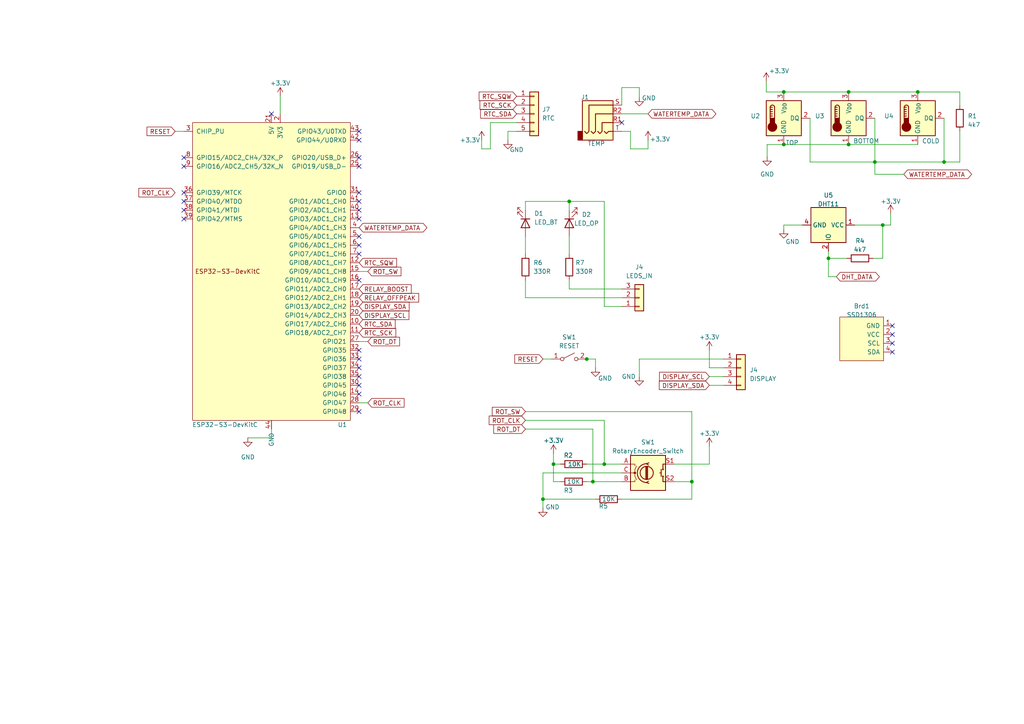
<source format=kicad_sch>
(kicad_sch (version 20230121) (generator eeschema)
  (paper "A4")
  (lib_symbols
    (symbol "Connector_Audio:AudioJack4"
      (property "Reference" "J" (at 0 8.89 0))
      (property "Value" "AudioJack4" (at 0 6.35 0))
      (symbol "AudioJack4_0_1"
        (rectangle (start -6.35 -5.08) (end -7.62 -7.62) (stroke (width 0.254)) (fill (type outline)))
        (polyline (pts (xy 0 -5.08) (xy 0.635 -5.715) (xy 1.27 -5.08) (xy 2.54 -5.08)) (stroke (width 0.254)))
        (polyline (pts (xy -5.715 -5.08) (xy -5.08 -5.715) (xy -4.445 -5.08) (xy -4.445 2.54) (xy 2.54 2.54)) (stroke (width 0.254)))
        (polyline (pts (xy -1.905 -5.08) (xy -1.27 -5.715) (xy -0.635 -5.08) (xy -0.635 -2.54) (xy 2.54 -2.54)) (stroke (width 0.254)))
        (polyline (pts (xy 2.54 0) (xy -2.54 0) (xy -2.54 -5.08) (xy -3.175 -5.715) (xy -3.81 -5.08)) (stroke (width 0.254)))
        (rectangle (start 2.54 3.81) (end -6.35 -7.62) (stroke (width 0.254)) (fill (type background)))
      )
      (symbol "AudioJack4_1_1"
        (pin passive line (at 5.08 -2.54 180) (length 2.54) (name "~") (number "R1"))
        (pin passive line (at 5.08 0 180) (length 2.54) (name "~") (number "R2"))
        (pin passive line (at 5.08 2.54 180) (length 2.54) (name "~") (number "S"))
        (pin passive line (at 5.08 -5.08 180) (length 2.54) (name "~") (number "T"))
      )
    )
    (symbol "Connector_Generic:Conn_01x03" (pin_names (offset 1.016) hide)
      (property "Reference" "J" (at 0 5.08 0))
      (property "Value" "Conn_01x03" (at 0 -5.08 0))
      (symbol "Conn_01x03_1_1"
        (rectangle (start -1.27 -2.413) (end 0 -2.667) (stroke (width 0.1524)))
        (rectangle (start -1.27 0.127) (end 0 -0.127) (stroke (width 0.1524)))
        (rectangle (start -1.27 2.667) (end 0 2.413) (stroke (width 0.1524)))
        (rectangle (start -1.27 3.81) (end 1.27 -3.81) (stroke (width 0.254)) (fill (type background)))
        (pin passive line (at -5.08 2.54 0) (length 3.81) (name "Pin_1") (number "1"))
        (pin passive line (at -5.08 0 0) (length 3.81) (name "Pin_2") (number "2"))
        (pin passive line (at -5.08 -2.54 0) (length 3.81) (name "Pin_3") (number "3"))
      )
    )
    (symbol "Connector_Generic:Conn_01x04" (pin_names (offset 1.016) hide)
      (property "Reference" "J" (at 0 5.08 0))
      (property "Value" "Conn_01x04" (at 0 -7.62 0))
      (symbol "Conn_01x04_1_1"
        (rectangle (start -1.27 -4.953) (end 0 -5.207) (stroke (width 0.1524)))
        (rectangle (start -1.27 -2.413) (end 0 -2.667) (stroke (width 0.1524)))
        (rectangle (start -1.27 0.127) (end 0 -0.127) (stroke (width 0.1524)))
        (rectangle (start -1.27 2.667) (end 0 2.413) (stroke (width 0.1524)))
        (rectangle (start -1.27 3.81) (end 1.27 -6.35) (stroke (width 0.254)) (fill (type background)))
        (pin passive line (at -5.08 2.54 0) (length 3.81) (name "Pin_1") (number "1"))
        (pin passive line (at -5.08 0 0) (length 3.81) (name "Pin_2") (number "2"))
        (pin passive line (at -5.08 -2.54 0) (length 3.81) (name "Pin_3") (number "3"))
        (pin passive line (at -5.08 -5.08 0) (length 3.81) (name "Pin_4") (number "4"))
      )
    )
    (symbol "Connector_Generic:Conn_01x05" (pin_names (offset 1.016) hide)
      (property "Reference" "J" (at 0 7.62 0))
      (property "Value" "Conn_01x05" (at 0 -7.62 0))
      (symbol "Conn_01x05_1_1"
        (rectangle (start -1.27 -4.953) (end 0 -5.207) (stroke (width 0.1524)))
        (rectangle (start -1.27 -2.413) (end 0 -2.667) (stroke (width 0.1524)))
        (rectangle (start -1.27 0.127) (end 0 -0.127) (stroke (width 0.1524)))
        (rectangle (start -1.27 2.667) (end 0 2.413) (stroke (width 0.1524)))
        (rectangle (start -1.27 5.207) (end 0 4.953) (stroke (width 0.1524)))
        (rectangle (start -1.27 6.35) (end 1.27 -6.35) (stroke (width 0.254)) (fill (type background)))
        (pin passive line (at -5.08 5.08 0) (length 3.81) (name "Pin_1") (number "1"))
        (pin passive line (at -5.08 2.54 0) (length 3.81) (name "Pin_2") (number "2"))
        (pin passive line (at -5.08 0 0) (length 3.81) (name "Pin_3") (number "3"))
        (pin passive line (at -5.08 -2.54 0) (length 3.81) (name "Pin_4") (number "4"))
        (pin passive line (at -5.08 -5.08 0) (length 3.81) (name "Pin_5") (number "5"))
      )
    )
    (symbol "Device:LED" (pin_numbers hide) (pin_names (offset 1.016) hide)
      (property "Reference" "D" (at 0 2.54 0))
      (property "Value" "LED" (at 0 -2.54 0))
      (symbol "LED_0_1"
        (polyline (pts (xy -1.27 -1.27) (xy -1.27 1.27)) (stroke (width 0.254)))
        (polyline (pts (xy -1.27 0) (xy 1.27 0)))
        (polyline (pts (xy 1.27 -1.27) (xy 1.27 1.27) (xy -1.27 0) (xy 1.27 -1.27)) (stroke (width 0.254)))
        (polyline (pts (xy -3.048 -0.762) (xy -4.572 -2.286) (xy -3.81 -2.286) (xy -4.572 -2.286) (xy -4.572 -1.524)))
        (polyline (pts (xy -1.778 -0.762) (xy -3.302 -2.286) (xy -2.54 -2.286) (xy -3.302 -2.286) (xy -3.302 -1.524)))
      )
      (symbol "LED_1_1"
        (pin passive line (at -3.81 0 0) (length 2.54) (name "K") (number "1"))
        (pin passive line (at 3.81 0 180) (length 2.54) (name "A") (number "2"))
      )
    )
    (symbol "Device:R" (pin_numbers hide) (pin_names (offset 0))
      (property "Reference" "R" (at 2.032 0 90))
      (property "Value" "R" (at 0 0 90))
      (symbol "R_0_1"
        (rectangle (start -1.016 -2.54) (end 1.016 2.54) (stroke (width 0.254)))
      )
      (symbol "R_1_1"
        (pin passive line (at 0 3.81 270) (length 1.27) (name "~") (number "1"))
        (pin passive line (at 0 -3.81 90) (length 1.27) (name "~") (number "2"))
      )
    )
    (symbol "Device:RotaryEncoder_Switch" (pin_names (offset 0.254) hide)
      (property "Reference" "SW" (at 0 6.604 0))
      (property "Value" "RotaryEncoder_Switch" (at 0 -6.604 0))
      (symbol "RotaryEncoder_Switch_0_1"
        (rectangle (start -5.08 5.08) (end 5.08 -5.08) (stroke (width 0.254)) (fill (type background)))
        (circle (center -3.81 0) (radius 0.254) (fill (type outline)))
        (circle (center -0.381 0) (radius 1.905) (stroke (width 0.254)))
        (arc (start -0.381 2.667) (mid -3.0988 -0.0635) (end -0.381 -2.794) (stroke (width 0.254)))
        (polyline (pts (xy -0.635 -1.778) (xy -0.635 1.778)) (stroke (width 0.254)))
        (polyline (pts (xy -0.381 -1.778) (xy -0.381 1.778)) (stroke (width 0.254)))
        (polyline (pts (xy -0.127 1.778) (xy -0.127 -1.778)) (stroke (width 0.254)))
        (polyline (pts (xy 3.81 0) (xy 3.429 0)) (stroke (width 0.254)))
        (polyline (pts (xy 3.81 1.016) (xy 3.81 -1.016)) (stroke (width 0.254)))
        (polyline (pts (xy -5.08 -2.54) (xy -3.81 -2.54) (xy -3.81 -2.032)))
        (polyline (pts (xy -5.08 2.54) (xy -3.81 2.54) (xy -3.81 2.032)))
        (polyline (pts (xy 0.254 -3.048) (xy -0.508 -2.794) (xy 0.127 -2.413)) (stroke (width 0.254)))
        (polyline (pts (xy 0.254 2.921) (xy -0.508 2.667) (xy 0.127 2.286)) (stroke (width 0.254)))
        (polyline (pts (xy 5.08 -2.54) (xy 4.318 -2.54) (xy 4.318 -1.016)) (stroke (width 0.254)))
        (polyline (pts (xy 5.08 2.54) (xy 4.318 2.54) (xy 4.318 1.016)) (stroke (width 0.254)))
        (polyline (pts (xy -5.08 0) (xy -3.81 0) (xy -3.81 -1.016) (xy -3.302 -2.032)))
        (polyline (pts (xy -4.318 0) (xy -3.81 0) (xy -3.81 1.016) (xy -3.302 2.032)))
        (circle (center 4.318 -1.016) (radius 0.127) (stroke (width 0.254)))
        (circle (center 4.318 1.016) (radius 0.127) (stroke (width 0.254)))
      )
      (symbol "RotaryEncoder_Switch_1_1"
        (pin passive line (at -7.62 2.54 0) (length 2.54) (name "A") (number "A"))
        (pin passive line (at -7.62 -2.54 0) (length 2.54) (name "B") (number "B"))
        (pin passive line (at -7.62 0 0) (length 2.54) (name "C") (number "C"))
        (pin passive line (at 7.62 2.54 180) (length 2.54) (name "S1") (number "S1"))
        (pin passive line (at 7.62 -2.54 180) (length 2.54) (name "S2") (number "S2"))
      )
    )
    (symbol "ESPRESSIF:ESP32-S3-DevKitC" (pin_names (offset 1.016))
      (property "Reference" "U" (at -22.86 48.26 0))
      (property "Value" "ESP32-S3-DevKitC" (at -22.86 45.72 0))
      (symbol "ESP32-S3-DevKitC_0_0"
        (text "ESP32-S3-DevKitC" (at -12.7 0 0) (effects (font (size 1.27 1.27))))
        (pin bidirectional line (at 25.4 -35.56 180) (length 2.54) (name "GPIO46") (number "14"))
        (pin bidirectional line (at 25.4 -10.16 180) (length 2.54) (name "GPIO13/ADC2_CH2") (number "19"))
        (pin bidirectional line (at -25.4 15.24 0) (length 2.54) (name "GPIO42/MTMS") (number "39"))
        (pin bidirectional line (at 25.4 17.78 180) (length 2.54) (name "GPIO2/ADC1_CH1") (number "40"))
        (pin bidirectional line (at 25.4 20.32 180) (length 2.54) (name "GPIO1/ADC1_CH0") (number "41"))
        (pin bidirectional line (at 25.4 38.1 180) (length 2.54) (name "GPIO44/U0RXD") (number "42"))
        (pin bidirectional line (at 25.4 40.64 180) (length 2.54) (name "GPIO43/U0TXD") (number "43"))
        (pin power_in line (at 0 -43.18 270) (length 2.54) (name "GND") (number "44"))
      )
      (symbol "ESP32-S3-DevKitC_0_1"
        (rectangle (start -22.86 43.18) (end 22.86 -43.18) (fill (type background)))
        (pin power_in line (at 2.54 45.72 270) (length 2.54) (name "3V3") (number "2"))
      )
      (symbol "ESP32-S3-DevKitC_1_1"
        (pin passive line (at 2.54 45.72 270) (length 2.54) hide (name "3V3") (number "1"))
        (pin bidirectional line (at 25.4 -15.24 180) (length 2.54) (name "GPIO17/ADC2_CH6") (number "10"))
        (pin bidirectional line (at 25.4 -17.78 180) (length 2.54) (name "GPIO18/ADC2_CH7") (number "11"))
        (pin bidirectional line (at 25.4 2.54 180) (length 2.54) (name "GPIO8/ADC1_CH7") (number "12"))
        (pin bidirectional line (at 25.4 15.24 180) (length 2.54) (name "GPIO3/ADC1_CH2") (number "13"))
        (pin bidirectional line (at 25.4 0 180) (length 2.54) (name "GPIO9/ADC1_CH8") (number "15"))
        (pin bidirectional line (at 25.4 -2.54 180) (length 2.54) (name "GPIO10/ADC1_CH9") (number "16"))
        (pin bidirectional line (at 25.4 -5.08 180) (length 2.54) (name "GPIO11/ADC2_CH0") (number "17"))
        (pin bidirectional line (at 25.4 -7.62 180) (length 2.54) (name "GPIO12/ADC2_CH1") (number "18"))
        (pin bidirectional line (at 25.4 -12.7 180) (length 2.54) (name "GPIO14/ADC2_CH3") (number "20"))
        (pin power_in line (at 0 45.72 270) (length 2.54) (name "5V") (number "21"))
        (pin passive line (at 0 -43.18 270) (length 2.54) hide (name "GND") (number "22"))
        (pin passive line (at 0 -43.18 270) (length 2.54) hide (name "GND") (number "23"))
        (pin passive line (at 0 -43.18 270) (length 2.54) hide (name "GND") (number "24"))
        (pin bidirectional line (at 25.4 30.48 180) (length 2.54) (name "GPIO19/USB_D-") (number "25"))
        (pin bidirectional line (at 25.4 33.02 180) (length 2.54) (name "GPIO20/USB_D+") (number "26"))
        (pin bidirectional line (at 25.4 -20.32 180) (length 2.54) (name "GPIO21") (number "27"))
        (pin bidirectional line (at 25.4 -38.1 180) (length 2.54) (name "GPIO47") (number "28"))
        (pin bidirectional line (at 25.4 -40.64 180) (length 2.54) (name "GPIO48") (number "29"))
        (pin input line (at -25.4 40.64 0) (length 2.54) (name "CHIP_PU") (number "3"))
        (pin bidirectional line (at 25.4 -33.02 180) (length 2.54) (name "GPIO45") (number "30"))
        (pin bidirectional line (at 25.4 22.86 180) (length 2.54) (name "GPIO0") (number "31"))
        (pin bidirectional line (at 25.4 -22.86 180) (length 2.54) (name "GPIO35") (number "32"))
        (pin bidirectional line (at 25.4 -25.4 180) (length 2.54) (name "GPIO36") (number "33"))
        (pin bidirectional line (at 25.4 -27.94 180) (length 2.54) (name "GPIO37") (number "34"))
        (pin bidirectional line (at 25.4 -30.48 180) (length 2.54) (name "GPIO38") (number "35"))
        (pin bidirectional line (at -25.4 22.86 0) (length 2.54) (name "GPIO39/MTCK") (number "36"))
        (pin bidirectional line (at -25.4 20.32 0) (length 2.54) (name "GPIO40/MTDO") (number "37"))
        (pin bidirectional line (at -25.4 17.78 0) (length 2.54) (name "GPIO41/MTDI") (number "38"))
        (pin bidirectional line (at 25.4 12.7 180) (length 2.54) (name "GPIO4/ADC1_CH3") (number "4"))
        (pin bidirectional line (at 25.4 10.16 180) (length 2.54) (name "GPIO5/ADC1_CH4") (number "5"))
        (pin bidirectional line (at 25.4 7.62 180) (length 2.54) (name "GPIO6/ADC1_CH5") (number "6"))
        (pin bidirectional line (at 25.4 5.08 180) (length 2.54) (name "GPIO7/ADC1_CH6") (number "7"))
        (pin bidirectional line (at -25.4 33.02 0) (length 2.54) (name "GPIO15/ADC2_CH4/32K_P") (number "8"))
        (pin bidirectional line (at -25.4 30.48 0) (length 2.54) (name "GPIO16/ADC2_CH5/32K_N") (number "9"))
      )
    )
    (symbol "SSD1306:SSD1306" (pin_names (offset 1.016))
      (property "Reference" "Brd" (at 0 -3.81 0))
      (property "Value" "SSD1306" (at 0 -1.27 0))
      (symbol "SSD1306_0_1"
        (rectangle (start -6.35 6.35) (end 6.35 -6.35) (fill (type background)))
      )
      (symbol "SSD1306_1_1"
        (pin input line (at -3.81 8.89 270) (length 2.54) (name "GND") (number "1"))
        (pin input line (at -1.27 8.89 270) (length 2.54) (name "VCC") (number "2"))
        (pin input line (at 1.27 8.89 270) (length 2.54) (name "SCL") (number "3"))
        (pin input line (at 3.81 8.89 270) (length 2.54) (name "SDA") (number "4"))
      )
    )
    (symbol "Sensor:DHT11"
      (property "Reference" "U" (at -3.81 6.35 0))
      (property "Value" "DHT11" (at 3.81 6.35 0))
      (symbol "DHT11_0_1"
        (rectangle (start -5.08 5.08) (end 5.08 -5.08) (stroke (width 0.254)) (fill (type background)))
      )
      (symbol "DHT11_1_1"
        (pin power_in line (at 0 7.62 270) (length 2.54) (name "VCC") (number "1"))
        (pin bidirectional line (at 7.62 0 180) (length 2.54) (name "IO") (number "2"))
        (pin no_connect line (at -5.08 0 0) (length 2.54) hide (name "NC") (number "3"))
        (pin power_in line (at 0 -7.62 90) (length 2.54) (name "GND") (number "4"))
      )
    )
    (symbol "Sensor_Temperature:DS18B20"
      (property "Reference" "U" (at -3.81 6.35 0))
      (property "Value" "DS18B20" (at 6.35 6.35 0))
      (symbol "DS18B20_0_1"
        (rectangle (start -5.08 5.08) (end 5.08 -5.08) (stroke (width 0.254)) (fill (type background)))
        (circle (center -3.302 -2.54) (radius 1.27) (stroke (width 0.254)) (fill (type outline)))
        (rectangle (start -2.667 -1.905) (end -3.937 0) (stroke (width 0.254)) (fill (type outline)))
        (arc (start -2.667 3.175) (mid -3.302 3.8073) (end -3.937 3.175) (stroke (width 0.254)))
        (polyline (pts (xy -3.937 0.635) (xy -3.302 0.635)) (stroke (width 0.254)))
        (polyline (pts (xy -3.937 1.27) (xy -3.302 1.27)) (stroke (width 0.254)))
        (polyline (pts (xy -3.937 1.905) (xy -3.302 1.905)) (stroke (width 0.254)))
        (polyline (pts (xy -3.937 2.54) (xy -3.302 2.54)) (stroke (width 0.254)))
        (polyline (pts (xy -3.937 3.175) (xy -3.937 0)) (stroke (width 0.254)))
        (polyline (pts (xy -3.937 3.175) (xy -3.302 3.175)) (stroke (width 0.254)))
        (polyline (pts (xy -2.667 3.175) (xy -2.667 0)) (stroke (width 0.254)))
      )
      (symbol "DS18B20_1_1"
        (pin power_in line (at 0 -7.62 90) (length 2.54) (name "GND") (number "1"))
        (pin bidirectional line (at 7.62 0 180) (length 2.54) (name "DQ") (number "2"))
        (pin power_in line (at 0 7.62 270) (length 2.54) (name "V_{DD}") (number "3"))
      )
    )
    (symbol "Switch:SW_SPST" (pin_names (offset 0) hide)
      (property "Reference" "SW" (at 0 3.175 0))
      (property "Value" "SW_SPST" (at 0 -2.54 0))
      (symbol "SW_SPST_0_0"
        (circle (center -2.032 0) (radius 0.508))
        (polyline (pts (xy -1.524 0.254) (xy 1.524 1.778)))
        (circle (center 2.032 0) (radius 0.508))
      )
      (symbol "SW_SPST_1_1"
        (pin passive line (at -5.08 0 0) (length 2.54) (name "A") (number "1"))
        (pin passive line (at 5.08 0 180) (length 2.54) (name "B") (number "2"))
      )
    )
    (symbol "power:+3.3V" (power) (pin_names (offset 0))
      (property "Value" "+3.3V" (at 0 3.556 0))
      (symbol "+3.3V_0_1"
        (polyline (pts (xy -0.762 1.27) (xy 0 2.54)))
        (polyline (pts (xy 0 0) (xy 0 2.54)))
        (polyline (pts (xy 0 2.54) (xy 0.762 1.27)))
      )
      (symbol "+3.3V_1_1"
        (pin power_in line (at 0 0 90) (length 0) hide (name "+3.3V") (number "1"))
      )
    )
    (symbol "power:GND" (power) (pin_names (offset 0))
      (property "Value" "GND" (at 0 -3.81 0))
      (symbol "GND_0_1"
        (polyline (pts (xy 0 0) (xy 0 -1.27) (xy 1.27 -1.27) (xy 0 -2.54) (xy -1.27 -1.27) (xy 0 -1.27)))
      )
      (symbol "GND_1_1"
        (pin power_in line (at 0 0 270) (length 0) hide (name "GND") (number "1"))
      )
    )
  )
  (junction (at 171.958 139.7))
  (junction (at 170.18 104.14))
  (junction (at 200.66 139.7))
  (junction (at 256.032 65.278))
  (junction (at 160.528 134.62))
  (junction (at 246.126 41.91))
  (junction (at 227.33 26.67))
  (junction (at 273.812 46.99))
  (junction (at 175.26 134.62))
  (junction (at 266.192 26.67))
  (junction (at 227.33 41.91))
  (junction (at 165.1 58.42))
  (junction (at 246.126 26.67))
  (junction (at 157.48 144.78))
  (junction (at 253.746 46.99))
  (junction (at 240.284 74.93))
  (no_connect (at 53.34 55.88))
  (no_connect (at 53.34 58.42))
  (no_connect (at 258.826 97.028))
  (no_connect (at 104.14 45.72))
  (no_connect (at 104.14 63.5))
  (no_connect (at 104.14 60.96))
  (no_connect (at 53.34 60.96))
  (no_connect (at 53.34 45.72))
  (no_connect (at 104.14 81.28))
  (no_connect (at 104.14 109.22))
  (no_connect (at 104.14 48.26))
  (no_connect (at 104.14 73.66))
  (no_connect (at 104.14 101.6))
  (no_connect (at 104.14 104.14))
  (no_connect (at 104.14 58.42))
  (no_connect (at 104.14 38.1))
  (no_connect (at 53.34 63.5))
  (no_connect (at 104.14 119.38))
  (no_connect (at 180.34 35.56))
  (no_connect (at 258.826 102.108))
  (no_connect (at 258.826 94.488))
  (no_connect (at 104.14 55.88))
  (no_connect (at 104.14 111.76))
  (no_connect (at 104.14 71.12))
  (no_connect (at 104.14 40.64))
  (no_connect (at 104.14 106.68))
  (no_connect (at 104.14 114.3))
  (no_connect (at 78.74 33.02))
  (no_connect (at 104.14 68.58))
  (no_connect (at 53.34 48.26))
  (no_connect (at 258.826 99.568))
  (wire (pts (xy 152.4 121.92) (xy 175.26 121.92)))
  (wire (pts (xy 157.48 147.32) (xy 157.48 144.78)))
  (wire (pts (xy 200.66 119.38) (xy 200.66 139.7)))
  (wire (pts (xy 157.48 144.78) (xy 172.72 144.78)))
  (wire (pts (xy 222.504 41.91) (xy 227.33 41.91)))
  (wire (pts (xy 165.1 81.28) (xy 165.1 83.82)))
  (wire (pts (xy 240.284 74.93) (xy 240.284 80.264)))
  (wire (pts (xy 273.812 34.29) (xy 273.812 46.99)))
  (wire (pts (xy 157.48 137.16) (xy 157.48 144.78)))
  (wire (pts (xy 240.284 74.93) (xy 245.618 74.93)))
  (wire (pts (xy 175.26 134.62) (xy 180.34 134.62)))
  (wire (pts (xy 147.32 40.64) (xy 147.32 38.1)))
  (wire (pts (xy 104.14 78.74) (xy 106.68 78.74)))
  (wire (pts (xy 165.1 68.58) (xy 165.1 73.66)))
  (wire (pts (xy 205.74 106.68) (xy 209.804 106.68)))
  (wire (pts (xy 71.882 127) (xy 78.74 127)))
  (wire (pts (xy 185.42 109.22) (xy 185.42 104.14)))
  (wire (pts (xy 142.24 43.18) (xy 142.24 35.56)))
  (wire (pts (xy 253.746 34.29) (xy 253.746 46.99)))
  (wire (pts (xy 227.33 41.91) (xy 246.126 41.91)))
  (wire (pts (xy 50.8 38.1) (xy 53.34 38.1)))
  (wire (pts (xy 139.7 43.18) (xy 142.24 43.18)))
  (wire (pts (xy 247.904 65.278) (xy 256.032 65.278)))
  (wire (pts (xy 256.032 65.278) (xy 258.318 65.278)))
  (wire (pts (xy 171.958 124.46) (xy 171.958 139.7)))
  (wire (pts (xy 222.25 26.67) (xy 227.33 26.67)))
  (wire (pts (xy 152.4 81.28) (xy 152.4 86.36)))
  (wire (pts (xy 142.24 35.56) (xy 149.86 35.56)))
  (wire (pts (xy 180.34 144.78) (xy 200.66 144.78)))
  (wire (pts (xy 162.56 139.7) (xy 160.528 139.7)))
  (wire (pts (xy 139.7 40.64) (xy 139.7 43.18)))
  (wire (pts (xy 157.48 104.14) (xy 160.02 104.14)))
  (wire (pts (xy 175.26 58.42) (xy 165.1 58.42)))
  (wire (pts (xy 227.33 65.278) (xy 227.33 66.548)))
  (wire (pts (xy 185.42 104.14) (xy 209.804 104.14)))
  (wire (pts (xy 227.33 26.67) (xy 246.126 26.67)))
  (wire (pts (xy 205.74 111.76) (xy 209.804 111.76)))
  (wire (pts (xy 172.72 104.14) (xy 172.72 106.68)))
  (wire (pts (xy 160.528 134.62) (xy 162.56 134.62)))
  (wire (pts (xy 81.28 27.94) (xy 81.28 33.02)))
  (wire (pts (xy 205.74 129.54) (xy 205.74 134.62)))
  (wire (pts (xy 152.4 119.38) (xy 200.66 119.38)))
  (wire (pts (xy 266.192 26.67) (xy 278.384 26.67)))
  (wire (pts (xy 246.126 41.656) (xy 246.126 41.91)))
  (wire (pts (xy 185.42 25.4) (xy 185.42 28.194)))
  (wire (pts (xy 160.528 134.62) (xy 160.528 139.7)))
  (wire (pts (xy 182.88 43.18) (xy 182.88 38.1)))
  (wire (pts (xy 205.74 101.6) (xy 205.74 106.68)))
  (wire (pts (xy 187.96 43.18) (xy 187.96 40.64)))
  (wire (pts (xy 256.032 74.93) (xy 256.032 65.278)))
  (wire (pts (xy 182.88 38.1) (xy 180.34 38.1)))
  (wire (pts (xy 165.1 83.82) (xy 180.34 83.82)))
  (wire (pts (xy 169.672 104.14) (xy 170.18 104.14)))
  (wire (pts (xy 170.18 139.7) (xy 171.958 139.7)))
  (wire (pts (xy 175.26 58.42) (xy 175.26 88.9)))
  (wire (pts (xy 240.284 72.898) (xy 240.284 74.93)))
  (wire (pts (xy 170.18 134.62) (xy 175.26 134.62)))
  (wire (pts (xy 253.746 50.546) (xy 253.746 46.99)))
  (wire (pts (xy 246.126 41.91) (xy 266.192 41.91)))
  (wire (pts (xy 222.504 45.466) (xy 222.504 41.91)))
  (wire (pts (xy 175.26 121.92) (xy 175.26 134.62)))
  (wire (pts (xy 278.384 38.1) (xy 278.384 46.99)))
  (wire (pts (xy 152.4 58.42) (xy 152.4 60.96)))
  (wire (pts (xy 278.384 30.48) (xy 278.384 26.67)))
  (wire (pts (xy 200.66 144.78) (xy 200.66 139.7)))
  (wire (pts (xy 152.4 124.46) (xy 171.958 124.46)))
  (wire (pts (xy 160.528 131.572) (xy 160.528 134.62)))
  (wire (pts (xy 232.664 65.278) (xy 227.33 65.278)))
  (wire (pts (xy 246.126 26.67) (xy 266.192 26.67)))
  (wire (pts (xy 171.958 139.7) (xy 180.34 139.7)))
  (wire (pts (xy 182.88 43.18) (xy 187.96 43.18)))
  (wire (pts (xy 152.4 68.58) (xy 152.4 73.66)))
  (wire (pts (xy 273.812 46.99) (xy 253.746 46.99)))
  (wire (pts (xy 195.58 134.62) (xy 205.74 134.62)))
  (wire (pts (xy 180.34 33.02) (xy 187.96 33.02)))
  (wire (pts (xy 234.95 34.29) (xy 234.95 46.99)))
  (wire (pts (xy 180.34 25.4) (xy 185.42 25.4)))
  (wire (pts (xy 240.284 80.264) (xy 242.57 80.264)))
  (wire (pts (xy 147.32 38.1) (xy 149.86 38.1)))
  (wire (pts (xy 104.14 99.06) (xy 106.68 99.06)))
  (wire (pts (xy 234.95 46.99) (xy 253.746 46.99)))
  (wire (pts (xy 258.318 65.278) (xy 258.318 61.976)))
  (wire (pts (xy 278.384 46.99) (xy 273.812 46.99)))
  (wire (pts (xy 180.34 86.36) (xy 152.4 86.36)))
  (wire (pts (xy 262.128 50.546) (xy 253.746 50.546)))
  (wire (pts (xy 180.34 30.48) (xy 180.34 25.4)))
  (wire (pts (xy 165.1 58.42) (xy 165.1 60.96)))
  (wire (pts (xy 152.4 58.42) (xy 165.1 58.42)))
  (wire (pts (xy 157.48 137.16) (xy 180.34 137.16)))
  (wire (pts (xy 175.26 88.9) (xy 180.34 88.9)))
  (wire (pts (xy 170.18 104.14) (xy 172.72 104.14)))
  (wire (pts (xy 78.74 127) (xy 78.74 121.92)))
  (wire (pts (xy 104.14 116.84) (xy 106.68 116.84)))
  (wire (pts (xy 195.58 139.7) (xy 200.66 139.7)))
  (wire (pts (xy 253.238 74.93) (xy 256.032 74.93)))
  (wire (pts (xy 205.74 109.22) (xy 209.804 109.22)))
  (wire (pts (xy 222.25 23.622) (xy 222.25 26.67)))
  (global_label "RTC_SQW" (shape input) (at 104.14 76.2 0) (property "Intersheetrefs" "${INTERSHEET_REFS}" (effects hide)))
  (global_label "WATERTEMP_DATA" (shape bidirectional) (at 187.96 33.02 0) (property "Intersheetrefs" "${INTERSHEET_REFS}" (effects hide)))
  (global_label "RTC_SCK" (shape input) (at 149.86 30.48 180) (property "Intersheetrefs" "${INTERSHEET_REFS}" (effects hide)))
  (global_label "ROT_CLK" (shape input) (at 152.4 121.92 180) (property "Intersheetrefs" "${INTERSHEET_REFS}" (effects hide)))
  (global_label "RELAY_BOOST" (shape input) (at 104.14 83.82 0) (property "Intersheetrefs" "${INTERSHEET_REFS}" (effects hide)))
  (global_label "DHT_DATA" (shape bidirectional) (at 242.57 80.264 0) (property "Intersheetrefs" "${INTERSHEET_REFS}" (effects hide)))
  (global_label "RTC_SDA" (shape input) (at 149.86 33.02 180) (property "Intersheetrefs" "${INTERSHEET_REFS}" (effects hide)))
  (global_label "DISPLAY_SCL" (shape input) (at 205.74 109.22 180) (property "Intersheetrefs" "${INTERSHEET_REFS}" (effects hide)))
  (global_label "WATERTEMP_DATA" (shape bidirectional) (at 262.128 50.546 0) (property "Intersheetrefs" "${INTERSHEET_REFS}" (effects hide)))
  (global_label "RESET" (shape input) (at 50.8 38.1 180) (property "Intersheetrefs" "${INTERSHEET_REFS}" (effects hide)))
  (global_label "RTC_SQW" (shape input) (at 149.86 27.94 180) (property "Intersheetrefs" "${INTERSHEET_REFS}" (effects hide)))
  (global_label "RTC_SCK" (shape input) (at 104.14 96.52 0) (property "Intersheetrefs" "${INTERSHEET_REFS}" (effects hide)))
  (global_label "DISPLAY_SCL" (shape input) (at 104.14 91.44 0) (property "Intersheetrefs" "${INTERSHEET_REFS}" (effects hide)))
  (global_label "ROT_DT" (shape input) (at 152.4 124.46 180) (property "Intersheetrefs" "${INTERSHEET_REFS}" (effects hide)))
  (global_label "ROT_SW" (shape input) (at 106.68 78.74 0) (property "Intersheetrefs" "${INTERSHEET_REFS}" (effects hide)))
  (global_label "ROT_DT" (shape input) (at 106.68 99.06 0) (property "Intersheetrefs" "${INTERSHEET_REFS}" (effects hide)))
  (global_label "DISPLAY_SDA" (shape input) (at 104.14 88.9 0) (property "Intersheetrefs" "${INTERSHEET_REFS}" (effects hide)))
  (global_label "RTC_SDA" (shape input) (at 104.14 93.98 0) (property "Intersheetrefs" "${INTERSHEET_REFS}" (effects hide)))
  (global_label "RESET" (shape input) (at 157.48 104.14 180) (property "Intersheetrefs" "${INTERSHEET_REFS}" (effects hide)))
  (global_label "ROT_CLK" (shape input) (at 50.8 55.88 180) (property "Intersheetrefs" "${INTERSHEET_REFS}" (effects hide)))
  (global_label "RELAY_OFFPEAK" (shape input) (at 104.14 86.36 0) (property "Intersheetrefs" "${INTERSHEET_REFS}" (effects hide)))
  (global_label "ROT_CLK" (shape input) (at 106.68 116.84 0) (property "Intersheetrefs" "${INTERSHEET_REFS}" (effects hide)))
  (global_label "WATERTEMP_DATA" (shape bidirectional) (at 104.14 66.04 0) (property "Intersheetrefs" "${INTERSHEET_REFS}" (effects hide)))
  (global_label "ROT_SW" (shape input) (at 152.4 119.38 180) (property "Intersheetrefs" "${INTERSHEET_REFS}" (effects hide)))
  (global_label "DISPLAY_SDA" (shape input) (at 205.74 111.76 180) (property "Intersheetrefs" "${INTERSHEET_REFS}" (effects hide)))
  (symbol (lib_id "Sensor_Temperature:DS18B20") (at 227.33 34.29 0) (unit 1) (in_bom no) (on_board no)
    (property "Reference" "U2" (at 220.472 33.655 0) (effects (justify right)))
    (property "Value" "TOP" (at 231.648 41.402 0) (effects (justify right)))
    (property "Datasheet" "http://datasheets.maximintegrated.com/en/ds/DS18B20.pdf" (effects hide))
    (instances (project "mcu_board" (path "" (reference "U2") (unit 1)) (path "" (reference "U13") (unit 1))))
  )
  (symbol (lib_id "Device:R") (at 249.428 74.93 90) (unit 1) (in_bom no) (on_board no)
    (property "Reference" "R4" (at 249.428 69.85 90))
    (property "Value" "4k7" (at 249.428 72.39 90))
    (property "Footprint" "Resistor_SMD:R_0805_2012Metric_Pad1.20x1.40mm_HandSolder" (effects hide))
  )
  (symbol (lib_id "power:GND") (at 172.72 106.68 0) (unit 1)
    (property "Reference" "#PWR010" (effects hide))
    (property "Value" "GND" (at 177.546 109.728 0) (effects (justify right)))
  )
  (symbol (lib_id "Sensor:DHT11") (at 240.284 65.278 270) (unit 1) (in_bom no) (on_board no)
    (property "Reference" "U5" (at 240.284 56.642 90))
    (property "Value" "DHT11" (at 240.284 59.182 90))
    (property "Footprint" "Sensor:Aosong_DHT11_5.5x12.0_P2.54mm" (effects hide))
    (property "Datasheet" "http://akizukidenshi.com/download/ds/aosong/DHT11.pdf" (effects hide))
    (instances (project "mcu_board" (path "" (reference "U5") (unit 1)) (path "" (reference "U12") (unit 1))))
  )
  (symbol (lib_id "Switch:SW_SPST") (at 165.1 104.14 0) (unit 1)
    (property "Reference" "SW1" (at 165.1 97.79 0))
    (property "Value" "RESET" (at 165.1 100.33 0))
    (property "Footprint" "Button_Switch_THT:SW_Tactile_SPST_Angled_PTS645Vx39-2LFS" (effects hide))
  )
  (symbol (lib_id "power:+3.3V") (at 258.318 61.976 0) (unit 1)
    (property "Reference" "#PWR016" (effects hide))
    (property "Value" "+3.3V" (at 258.318 58.42 0))
  )
  (symbol (lib_id "power:GND") (at 71.882 127 0) (unit 1)
    (property "Reference" "#PWR023" (effects hide))
    (property "Value" "GND" (at 71.882 132.588 0))
  )
  (symbol (lib_id "Device:R") (at 166.37 134.62 90) (unit 1)
    (property "Reference" "R2" (at 164.846 132.08 90))
    (property "Value" "10K" (at 166.624 134.62 90))
    (property "Footprint" "Resistor_SMD:R_0805_2012Metric_Pad1.20x1.40mm_HandSolder" (effects hide))
  )
  (symbol (lib_id "power:GND") (at 147.32 40.64 0) (unit 1)
    (property "Reference" "#PWR020" (effects hide))
    (property "Value" "GND" (at 151.892 43.434 0) (effects (justify right)))
  )
  (symbol (lib_id "power:GND") (at 222.504 45.466 0) (unit 1)
    (property "Reference" "#PWR07" (effects hide))
    (property "Value" "GND" (at 222.504 50.546 0))
  )
  (symbol (lib_id "Device:R") (at 176.53 144.78 270) (unit 1)
    (property "Reference" "R5" (at 175.006 146.812 90))
    (property "Value" "10K" (at 176.53 144.78 90))
    (property "Footprint" "Resistor_SMD:R_0805_2012Metric_Pad1.20x1.40mm_HandSolder" (effects hide))
  )
  (symbol (lib_id "Device:R") (at 166.37 139.7 90) (unit 1)
    (property "Reference" "R3" (at 164.846 142.24 90))
    (property "Value" "10K" (at 166.37 139.7 90))
    (property "Footprint" "Resistor_SMD:R_0805_2012Metric_Pad1.20x1.40mm_HandSolder" (effects hide))
  )
  (symbol (lib_id "power:GND") (at 185.42 109.22 0) (unit 1)
    (property "Reference" "#PWR018" (effects hide))
    (property "Value" "GND" (at 184.404 109.22 0) (effects (justify right)))
  )
  (symbol (lib_id "Device:RotaryEncoder_Switch") (at 187.96 137.16 0) (unit 1)
    (property "Reference" "SW1" (at 187.96 128.27 0))
    (property "Value" "RotaryEncoder_Switch" (at 187.96 130.81 0))
    (property "Footprint" "Rotary_Encoder:RotaryEncoder_Alps_EC11E-Switch_Vertical_H20mm" (effects hide))
    (instances (project "mcu_board" (path "" (reference "SW1") (unit 1)) (path "" (reference "SW2") (unit 1))))
  )
  (symbol (lib_id "power:+3.3V") (at 139.7 40.64 0) (unit 1)
    (property "Reference" "#PWR09" (effects hide))
    (property "Value" "+3.3V" (at 133.35 40.64 0) (effects (justify left)))
  )
  (symbol (lib_id "Device:LED") (at 152.4 64.77 270) (unit 1)
    (property "Reference" "D1" (at 154.94 61.9125 90) (effects (justify left)))
    (property "Value" "LED_BT" (at 154.94 64.4525 90) (effects (justify left)))
    (property "Footprint" "Diode_SMD:D_0805_2012Metric_Pad1.15x1.40mm_HandSolder" (effects hide))
  )
  (symbol (lib_id "Sensor_Temperature:DS18B20") (at 246.126 34.29 0) (unit 1) (in_bom no) (on_board no)
    (property "Reference" "U3" (at 239.141 33.655 0) (effects (justify right)))
    (property "Value" "BOTTOM" (at 255.016 40.894 0) (effects (justify right)))
    (property "Datasheet" "http://datasheets.maximintegrated.com/en/ds/DS18B20.pdf" (effects hide))
    (instances (project "mcu_board" (path "" (reference "U3") (unit 1)) (path "" (reference "U7") (unit 1))))
  )
  (symbol (lib_id "power:GND") (at 227.33 66.548 0) (unit 1)
    (property "Reference" "#PWR017" (effects hide))
    (property "Value" "GND" (at 231.902 70.104 0) (effects (justify right)))
  )
  (symbol (lib_id "power:GND") (at 157.48 147.32 0) (unit 1)
    (property "Reference" "#PWR025" (effects hide))
    (property "Value" "GND" (at 162.306 147.066 0) (effects (justify right)))
  )
  (symbol (lib_id "Device:R") (at 278.384 34.29 180) (unit 1)
    (property "Reference" "R1" (at 280.67 33.655 0) (effects (justify right)))
    (property "Value" "4k7" (at 280.67 36.195 0) (effects (justify right)))
    (property "Footprint" "Resistor_SMD:R_0805_2012Metric_Pad1.20x1.40mm_HandSolder" (effects hide))
  )
  (symbol (lib_id "Connector_Audio:AudioJack4") (at 175.26 33.02 0) (unit 1)
    (property "Reference" "J1" (at 169.672 28.194 0))
    (property "Value" "TEMP" (at 172.974 41.656 0))
    (property "Footprint" "Connector_Audio:Jack_3.5mm_PJ320D_Horizontal" (effects hide))
  )
  (symbol (lib_id "power:+3.3V") (at 205.74 129.54 0) (unit 1)
    (property "Reference" "#PWR024" (effects hide))
    (property "Value" "+3.3V" (at 205.74 125.73 0))
  )
  (symbol (lib_id "power:+3.3V") (at 187.96 40.64 0) (unit 1)
    (property "Reference" "#PWR06" (effects hide))
    (property "Value" "+3.3V" (at 188.468 40.386 0) (effects (justify left)))
  )
  (symbol (lib_id "power:+3.3V") (at 160.528 131.572 0) (unit 1)
    (property "Reference" "#PWR026" (effects hide))
    (property "Value" "+3.3V" (at 160.528 127.762 0))
  )
  (symbol (lib_id "Connector_Generic:Conn_01x05") (at 154.94 33.02 0) (unit 1)
    (property "Reference" "J7" (at 157.226 31.75 0) (effects (justify left)))
    (property "Value" "RTC" (at 157.226 34.29 0) (effects (justify left)))
    (property "Footprint" "Connector_PinHeader_2.54mm:PinHeader_1x05_P2.54mm_Vertical" (effects hide))
    (instances (project "mcu_board" (path "" (reference "J7") (unit 1)) (path "" (reference "J5") (unit 1))))
  )
  (symbol (lib_id "Connector_Generic:Conn_01x03") (at 185.42 86.36 0) (mirror x) (unit 1)
    (property "Reference" "J4" (at 185.42 77.47 0))
    (property "Value" "LEDS_IN" (at 185.42 80.01 0))
    (property "Footprint" "Connector_PinHeader_2.54mm:PinHeader_1x03_P2.54mm_Vertical" (effects hide))
    (instances (project "mcu_board" (path "" (reference "J4") (unit 1)) (path "" (reference "J3") (unit 1))))
  )
  (symbol (lib_id "Device:LED") (at 165.1 64.77 90) (mirror x) (unit 1)
    (property "Reference" "D2" (at 171.45 62.23 90) (effects (justify left)))
    (property "Value" "LED_OP" (at 173.736 64.77 90) (effects (justify left)))
    (property "Footprint" "Diode_SMD:D_0805_2012Metric_Pad1.15x1.40mm_HandSolder" (effects hide))
  )
  (symbol (lib_id "ESPRESSIF:ESP32-S3-DevKitC") (at 78.74 78.74 0) (unit 1)
    (property "Reference" "U1" (at 99.314 123.19 0))
    (property "Value" "ESP32-S3-DevKitC" (at 65.278 123.19 0))
    (property "Footprint" "Espressif:ESP32-S3-DevKitC" (effects hide))
  )
  (symbol (lib_id "Sensor_Temperature:DS18B20") (at 266.192 34.29 0) (unit 1) (in_bom no) (on_board no)
    (property "Reference" "U4" (at 259.207 33.655 0) (effects (justify right)))
    (property "Value" "COLD" (at 272.542 40.894 0) (effects (justify right)))
    (property "Datasheet" "http://datasheets.maximintegrated.com/en/ds/DS18B20.pdf" (effects hide))
    (instances (project "mcu_board" (path "" (reference "U4") (unit 1)) (path "" (reference "U8") (unit 1))))
  )
  (symbol (lib_id "power:+3.3V") (at 222.25 23.622 0) (unit 1)
    (property "Reference" "#PWR03" (effects hide))
    (property "Value" "+3.3V" (at 223.012 20.574 0) (effects (justify left)))
  )
  (symbol (lib_id "Connector_Generic:Conn_01x04") (at 214.884 106.68 0) (unit 1)
    (property "Reference" "J4" (at 217.424 107.315 0) (effects (justify left)))
    (property "Value" "DISPLAY" (at 217.424 109.855 0) (effects (justify left)))
    (property "Footprint" "Connector_PinHeader_2.54mm:PinHeader_1x04_P2.54mm_Vertical" (effects hide))
  )
  (symbol (lib_id "Device:R") (at 152.4 77.47 0) (unit 1)
    (property "Reference" "R6" (at 154.686 76.2 0) (effects (justify left)))
    (property "Value" "330R" (at 154.686 78.74 0) (effects (justify left)))
    (property "Footprint" "Resistor_SMD:R_0805_2012Metric_Pad1.20x1.40mm_HandSolder" (effects hide))
  )
  (symbol (lib_id "Device:R") (at 165.1 77.47 0) (unit 1)
    (property "Reference" "R7" (at 166.878 76.2 0) (effects (justify left)))
    (property "Value" "330R" (at 166.878 78.74 0) (effects (justify left)))
    (property "Footprint" "Resistor_SMD:R_0805_2012Metric_Pad1.20x1.40mm_HandSolder" (effects hide))
  )
  (symbol (lib_id "SSD1306:SSD1306") (at 249.936 98.298 270) (unit 1) (on_board no)
    (property "Reference" "Brd1" (at 249.936 88.773 90))
    (property "Value" "SSD1306" (at 249.936 91.313 90))
    (instances (project "mcu_board" (path "" (reference "Brd1") (unit 1)) (path "" (reference "Brd2") (unit 1))))
  )
  (symbol (lib_id "power:+3.3V") (at 205.74 101.6 0) (unit 1)
    (property "Reference" "#PWR019" (effects hide))
    (property "Value" "+3.3V" (at 205.74 97.79 0))
  )
  (symbol (lib_id "power:+3.3V") (at 81.28 27.94 0) (unit 1)
    (property "Reference" "#PWR022" (effects hide))
    (property "Value" "+3.3V" (at 81.28 24.13 0))
  )
  (symbol (lib_id "power:GND") (at 185.42 28.194 0) (unit 1)
    (property "Reference" "#PWR04" (effects hide))
    (property "Value" "GND" (at 190.246 28.448 0) (effects (justify right)))
  )
)
</source>
